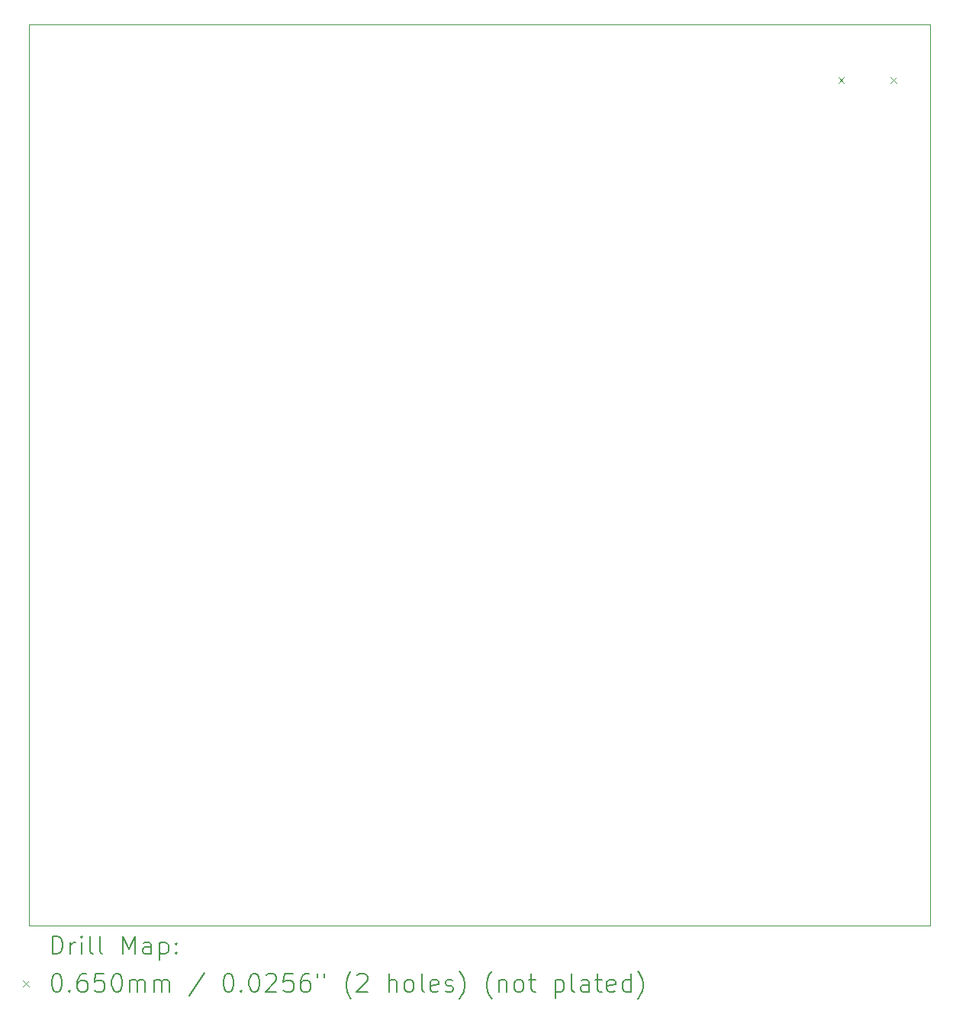
<source format=gbr>
%TF.GenerationSoftware,KiCad,Pcbnew,8.0.2*%
%TF.CreationDate,2024-10-06T17:23:39-06:00*%
%TF.ProjectId,kicad,6b696361-642e-46b6-9963-61645f706362,rev?*%
%TF.SameCoordinates,Original*%
%TF.FileFunction,Drillmap*%
%TF.FilePolarity,Positive*%
%FSLAX45Y45*%
G04 Gerber Fmt 4.5, Leading zero omitted, Abs format (unit mm)*
G04 Created by KiCad (PCBNEW 8.0.2) date 2024-10-06 17:23:39*
%MOMM*%
%LPD*%
G01*
G04 APERTURE LIST*
%ADD10C,0.050000*%
%ADD11C,0.200000*%
%ADD12C,0.100000*%
G04 APERTURE END LIST*
D10*
X9300000Y-4700000D02*
X19300000Y-4700000D01*
X19300000Y-14700000D01*
X9300000Y-14700000D01*
X9300000Y-4700000D01*
D11*
D12*
X18278500Y-5285500D02*
X18343500Y-5350500D01*
X18343500Y-5285500D02*
X18278500Y-5350500D01*
X18856500Y-5285500D02*
X18921500Y-5350500D01*
X18921500Y-5285500D02*
X18856500Y-5350500D01*
D11*
X9558277Y-15013984D02*
X9558277Y-14813984D01*
X9558277Y-14813984D02*
X9605896Y-14813984D01*
X9605896Y-14813984D02*
X9634467Y-14823508D01*
X9634467Y-14823508D02*
X9653515Y-14842555D01*
X9653515Y-14842555D02*
X9663039Y-14861603D01*
X9663039Y-14861603D02*
X9672563Y-14899698D01*
X9672563Y-14899698D02*
X9672563Y-14928269D01*
X9672563Y-14928269D02*
X9663039Y-14966365D01*
X9663039Y-14966365D02*
X9653515Y-14985412D01*
X9653515Y-14985412D02*
X9634467Y-15004460D01*
X9634467Y-15004460D02*
X9605896Y-15013984D01*
X9605896Y-15013984D02*
X9558277Y-15013984D01*
X9758277Y-15013984D02*
X9758277Y-14880650D01*
X9758277Y-14918746D02*
X9767801Y-14899698D01*
X9767801Y-14899698D02*
X9777324Y-14890174D01*
X9777324Y-14890174D02*
X9796372Y-14880650D01*
X9796372Y-14880650D02*
X9815420Y-14880650D01*
X9882086Y-15013984D02*
X9882086Y-14880650D01*
X9882086Y-14813984D02*
X9872563Y-14823508D01*
X9872563Y-14823508D02*
X9882086Y-14833031D01*
X9882086Y-14833031D02*
X9891610Y-14823508D01*
X9891610Y-14823508D02*
X9882086Y-14813984D01*
X9882086Y-14813984D02*
X9882086Y-14833031D01*
X10005896Y-15013984D02*
X9986848Y-15004460D01*
X9986848Y-15004460D02*
X9977324Y-14985412D01*
X9977324Y-14985412D02*
X9977324Y-14813984D01*
X10110658Y-15013984D02*
X10091610Y-15004460D01*
X10091610Y-15004460D02*
X10082086Y-14985412D01*
X10082086Y-14985412D02*
X10082086Y-14813984D01*
X10339229Y-15013984D02*
X10339229Y-14813984D01*
X10339229Y-14813984D02*
X10405896Y-14956841D01*
X10405896Y-14956841D02*
X10472563Y-14813984D01*
X10472563Y-14813984D02*
X10472563Y-15013984D01*
X10653515Y-15013984D02*
X10653515Y-14909222D01*
X10653515Y-14909222D02*
X10643991Y-14890174D01*
X10643991Y-14890174D02*
X10624944Y-14880650D01*
X10624944Y-14880650D02*
X10586848Y-14880650D01*
X10586848Y-14880650D02*
X10567801Y-14890174D01*
X10653515Y-15004460D02*
X10634467Y-15013984D01*
X10634467Y-15013984D02*
X10586848Y-15013984D01*
X10586848Y-15013984D02*
X10567801Y-15004460D01*
X10567801Y-15004460D02*
X10558277Y-14985412D01*
X10558277Y-14985412D02*
X10558277Y-14966365D01*
X10558277Y-14966365D02*
X10567801Y-14947317D01*
X10567801Y-14947317D02*
X10586848Y-14937793D01*
X10586848Y-14937793D02*
X10634467Y-14937793D01*
X10634467Y-14937793D02*
X10653515Y-14928269D01*
X10748753Y-14880650D02*
X10748753Y-15080650D01*
X10748753Y-14890174D02*
X10767801Y-14880650D01*
X10767801Y-14880650D02*
X10805896Y-14880650D01*
X10805896Y-14880650D02*
X10824944Y-14890174D01*
X10824944Y-14890174D02*
X10834467Y-14899698D01*
X10834467Y-14899698D02*
X10843991Y-14918746D01*
X10843991Y-14918746D02*
X10843991Y-14975888D01*
X10843991Y-14975888D02*
X10834467Y-14994936D01*
X10834467Y-14994936D02*
X10824944Y-15004460D01*
X10824944Y-15004460D02*
X10805896Y-15013984D01*
X10805896Y-15013984D02*
X10767801Y-15013984D01*
X10767801Y-15013984D02*
X10748753Y-15004460D01*
X10929705Y-14994936D02*
X10939229Y-15004460D01*
X10939229Y-15004460D02*
X10929705Y-15013984D01*
X10929705Y-15013984D02*
X10920182Y-15004460D01*
X10920182Y-15004460D02*
X10929705Y-14994936D01*
X10929705Y-14994936D02*
X10929705Y-15013984D01*
X10929705Y-14890174D02*
X10939229Y-14899698D01*
X10939229Y-14899698D02*
X10929705Y-14909222D01*
X10929705Y-14909222D02*
X10920182Y-14899698D01*
X10920182Y-14899698D02*
X10929705Y-14890174D01*
X10929705Y-14890174D02*
X10929705Y-14909222D01*
D12*
X9232500Y-15310000D02*
X9297500Y-15375000D01*
X9297500Y-15310000D02*
X9232500Y-15375000D01*
D11*
X9596372Y-15233984D02*
X9615420Y-15233984D01*
X9615420Y-15233984D02*
X9634467Y-15243508D01*
X9634467Y-15243508D02*
X9643991Y-15253031D01*
X9643991Y-15253031D02*
X9653515Y-15272079D01*
X9653515Y-15272079D02*
X9663039Y-15310174D01*
X9663039Y-15310174D02*
X9663039Y-15357793D01*
X9663039Y-15357793D02*
X9653515Y-15395888D01*
X9653515Y-15395888D02*
X9643991Y-15414936D01*
X9643991Y-15414936D02*
X9634467Y-15424460D01*
X9634467Y-15424460D02*
X9615420Y-15433984D01*
X9615420Y-15433984D02*
X9596372Y-15433984D01*
X9596372Y-15433984D02*
X9577324Y-15424460D01*
X9577324Y-15424460D02*
X9567801Y-15414936D01*
X9567801Y-15414936D02*
X9558277Y-15395888D01*
X9558277Y-15395888D02*
X9548753Y-15357793D01*
X9548753Y-15357793D02*
X9548753Y-15310174D01*
X9548753Y-15310174D02*
X9558277Y-15272079D01*
X9558277Y-15272079D02*
X9567801Y-15253031D01*
X9567801Y-15253031D02*
X9577324Y-15243508D01*
X9577324Y-15243508D02*
X9596372Y-15233984D01*
X9748753Y-15414936D02*
X9758277Y-15424460D01*
X9758277Y-15424460D02*
X9748753Y-15433984D01*
X9748753Y-15433984D02*
X9739229Y-15424460D01*
X9739229Y-15424460D02*
X9748753Y-15414936D01*
X9748753Y-15414936D02*
X9748753Y-15433984D01*
X9929705Y-15233984D02*
X9891610Y-15233984D01*
X9891610Y-15233984D02*
X9872563Y-15243508D01*
X9872563Y-15243508D02*
X9863039Y-15253031D01*
X9863039Y-15253031D02*
X9843991Y-15281603D01*
X9843991Y-15281603D02*
X9834467Y-15319698D01*
X9834467Y-15319698D02*
X9834467Y-15395888D01*
X9834467Y-15395888D02*
X9843991Y-15414936D01*
X9843991Y-15414936D02*
X9853515Y-15424460D01*
X9853515Y-15424460D02*
X9872563Y-15433984D01*
X9872563Y-15433984D02*
X9910658Y-15433984D01*
X9910658Y-15433984D02*
X9929705Y-15424460D01*
X9929705Y-15424460D02*
X9939229Y-15414936D01*
X9939229Y-15414936D02*
X9948753Y-15395888D01*
X9948753Y-15395888D02*
X9948753Y-15348269D01*
X9948753Y-15348269D02*
X9939229Y-15329222D01*
X9939229Y-15329222D02*
X9929705Y-15319698D01*
X9929705Y-15319698D02*
X9910658Y-15310174D01*
X9910658Y-15310174D02*
X9872563Y-15310174D01*
X9872563Y-15310174D02*
X9853515Y-15319698D01*
X9853515Y-15319698D02*
X9843991Y-15329222D01*
X9843991Y-15329222D02*
X9834467Y-15348269D01*
X10129705Y-15233984D02*
X10034467Y-15233984D01*
X10034467Y-15233984D02*
X10024944Y-15329222D01*
X10024944Y-15329222D02*
X10034467Y-15319698D01*
X10034467Y-15319698D02*
X10053515Y-15310174D01*
X10053515Y-15310174D02*
X10101134Y-15310174D01*
X10101134Y-15310174D02*
X10120182Y-15319698D01*
X10120182Y-15319698D02*
X10129705Y-15329222D01*
X10129705Y-15329222D02*
X10139229Y-15348269D01*
X10139229Y-15348269D02*
X10139229Y-15395888D01*
X10139229Y-15395888D02*
X10129705Y-15414936D01*
X10129705Y-15414936D02*
X10120182Y-15424460D01*
X10120182Y-15424460D02*
X10101134Y-15433984D01*
X10101134Y-15433984D02*
X10053515Y-15433984D01*
X10053515Y-15433984D02*
X10034467Y-15424460D01*
X10034467Y-15424460D02*
X10024944Y-15414936D01*
X10263039Y-15233984D02*
X10282086Y-15233984D01*
X10282086Y-15233984D02*
X10301134Y-15243508D01*
X10301134Y-15243508D02*
X10310658Y-15253031D01*
X10310658Y-15253031D02*
X10320182Y-15272079D01*
X10320182Y-15272079D02*
X10329705Y-15310174D01*
X10329705Y-15310174D02*
X10329705Y-15357793D01*
X10329705Y-15357793D02*
X10320182Y-15395888D01*
X10320182Y-15395888D02*
X10310658Y-15414936D01*
X10310658Y-15414936D02*
X10301134Y-15424460D01*
X10301134Y-15424460D02*
X10282086Y-15433984D01*
X10282086Y-15433984D02*
X10263039Y-15433984D01*
X10263039Y-15433984D02*
X10243991Y-15424460D01*
X10243991Y-15424460D02*
X10234467Y-15414936D01*
X10234467Y-15414936D02*
X10224944Y-15395888D01*
X10224944Y-15395888D02*
X10215420Y-15357793D01*
X10215420Y-15357793D02*
X10215420Y-15310174D01*
X10215420Y-15310174D02*
X10224944Y-15272079D01*
X10224944Y-15272079D02*
X10234467Y-15253031D01*
X10234467Y-15253031D02*
X10243991Y-15243508D01*
X10243991Y-15243508D02*
X10263039Y-15233984D01*
X10415420Y-15433984D02*
X10415420Y-15300650D01*
X10415420Y-15319698D02*
X10424944Y-15310174D01*
X10424944Y-15310174D02*
X10443991Y-15300650D01*
X10443991Y-15300650D02*
X10472563Y-15300650D01*
X10472563Y-15300650D02*
X10491610Y-15310174D01*
X10491610Y-15310174D02*
X10501134Y-15329222D01*
X10501134Y-15329222D02*
X10501134Y-15433984D01*
X10501134Y-15329222D02*
X10510658Y-15310174D01*
X10510658Y-15310174D02*
X10529705Y-15300650D01*
X10529705Y-15300650D02*
X10558277Y-15300650D01*
X10558277Y-15300650D02*
X10577325Y-15310174D01*
X10577325Y-15310174D02*
X10586848Y-15329222D01*
X10586848Y-15329222D02*
X10586848Y-15433984D01*
X10682086Y-15433984D02*
X10682086Y-15300650D01*
X10682086Y-15319698D02*
X10691610Y-15310174D01*
X10691610Y-15310174D02*
X10710658Y-15300650D01*
X10710658Y-15300650D02*
X10739229Y-15300650D01*
X10739229Y-15300650D02*
X10758277Y-15310174D01*
X10758277Y-15310174D02*
X10767801Y-15329222D01*
X10767801Y-15329222D02*
X10767801Y-15433984D01*
X10767801Y-15329222D02*
X10777325Y-15310174D01*
X10777325Y-15310174D02*
X10796372Y-15300650D01*
X10796372Y-15300650D02*
X10824944Y-15300650D01*
X10824944Y-15300650D02*
X10843991Y-15310174D01*
X10843991Y-15310174D02*
X10853515Y-15329222D01*
X10853515Y-15329222D02*
X10853515Y-15433984D01*
X11243991Y-15224460D02*
X11072563Y-15481603D01*
X11501134Y-15233984D02*
X11520182Y-15233984D01*
X11520182Y-15233984D02*
X11539229Y-15243508D01*
X11539229Y-15243508D02*
X11548753Y-15253031D01*
X11548753Y-15253031D02*
X11558277Y-15272079D01*
X11558277Y-15272079D02*
X11567801Y-15310174D01*
X11567801Y-15310174D02*
X11567801Y-15357793D01*
X11567801Y-15357793D02*
X11558277Y-15395888D01*
X11558277Y-15395888D02*
X11548753Y-15414936D01*
X11548753Y-15414936D02*
X11539229Y-15424460D01*
X11539229Y-15424460D02*
X11520182Y-15433984D01*
X11520182Y-15433984D02*
X11501134Y-15433984D01*
X11501134Y-15433984D02*
X11482086Y-15424460D01*
X11482086Y-15424460D02*
X11472563Y-15414936D01*
X11472563Y-15414936D02*
X11463039Y-15395888D01*
X11463039Y-15395888D02*
X11453515Y-15357793D01*
X11453515Y-15357793D02*
X11453515Y-15310174D01*
X11453515Y-15310174D02*
X11463039Y-15272079D01*
X11463039Y-15272079D02*
X11472563Y-15253031D01*
X11472563Y-15253031D02*
X11482086Y-15243508D01*
X11482086Y-15243508D02*
X11501134Y-15233984D01*
X11653515Y-15414936D02*
X11663039Y-15424460D01*
X11663039Y-15424460D02*
X11653515Y-15433984D01*
X11653515Y-15433984D02*
X11643991Y-15424460D01*
X11643991Y-15424460D02*
X11653515Y-15414936D01*
X11653515Y-15414936D02*
X11653515Y-15433984D01*
X11786848Y-15233984D02*
X11805896Y-15233984D01*
X11805896Y-15233984D02*
X11824944Y-15243508D01*
X11824944Y-15243508D02*
X11834467Y-15253031D01*
X11834467Y-15253031D02*
X11843991Y-15272079D01*
X11843991Y-15272079D02*
X11853515Y-15310174D01*
X11853515Y-15310174D02*
X11853515Y-15357793D01*
X11853515Y-15357793D02*
X11843991Y-15395888D01*
X11843991Y-15395888D02*
X11834467Y-15414936D01*
X11834467Y-15414936D02*
X11824944Y-15424460D01*
X11824944Y-15424460D02*
X11805896Y-15433984D01*
X11805896Y-15433984D02*
X11786848Y-15433984D01*
X11786848Y-15433984D02*
X11767801Y-15424460D01*
X11767801Y-15424460D02*
X11758277Y-15414936D01*
X11758277Y-15414936D02*
X11748753Y-15395888D01*
X11748753Y-15395888D02*
X11739229Y-15357793D01*
X11739229Y-15357793D02*
X11739229Y-15310174D01*
X11739229Y-15310174D02*
X11748753Y-15272079D01*
X11748753Y-15272079D02*
X11758277Y-15253031D01*
X11758277Y-15253031D02*
X11767801Y-15243508D01*
X11767801Y-15243508D02*
X11786848Y-15233984D01*
X11929706Y-15253031D02*
X11939229Y-15243508D01*
X11939229Y-15243508D02*
X11958277Y-15233984D01*
X11958277Y-15233984D02*
X12005896Y-15233984D01*
X12005896Y-15233984D02*
X12024944Y-15243508D01*
X12024944Y-15243508D02*
X12034467Y-15253031D01*
X12034467Y-15253031D02*
X12043991Y-15272079D01*
X12043991Y-15272079D02*
X12043991Y-15291127D01*
X12043991Y-15291127D02*
X12034467Y-15319698D01*
X12034467Y-15319698D02*
X11920182Y-15433984D01*
X11920182Y-15433984D02*
X12043991Y-15433984D01*
X12224944Y-15233984D02*
X12129706Y-15233984D01*
X12129706Y-15233984D02*
X12120182Y-15329222D01*
X12120182Y-15329222D02*
X12129706Y-15319698D01*
X12129706Y-15319698D02*
X12148753Y-15310174D01*
X12148753Y-15310174D02*
X12196372Y-15310174D01*
X12196372Y-15310174D02*
X12215420Y-15319698D01*
X12215420Y-15319698D02*
X12224944Y-15329222D01*
X12224944Y-15329222D02*
X12234467Y-15348269D01*
X12234467Y-15348269D02*
X12234467Y-15395888D01*
X12234467Y-15395888D02*
X12224944Y-15414936D01*
X12224944Y-15414936D02*
X12215420Y-15424460D01*
X12215420Y-15424460D02*
X12196372Y-15433984D01*
X12196372Y-15433984D02*
X12148753Y-15433984D01*
X12148753Y-15433984D02*
X12129706Y-15424460D01*
X12129706Y-15424460D02*
X12120182Y-15414936D01*
X12405896Y-15233984D02*
X12367801Y-15233984D01*
X12367801Y-15233984D02*
X12348753Y-15243508D01*
X12348753Y-15243508D02*
X12339229Y-15253031D01*
X12339229Y-15253031D02*
X12320182Y-15281603D01*
X12320182Y-15281603D02*
X12310658Y-15319698D01*
X12310658Y-15319698D02*
X12310658Y-15395888D01*
X12310658Y-15395888D02*
X12320182Y-15414936D01*
X12320182Y-15414936D02*
X12329706Y-15424460D01*
X12329706Y-15424460D02*
X12348753Y-15433984D01*
X12348753Y-15433984D02*
X12386848Y-15433984D01*
X12386848Y-15433984D02*
X12405896Y-15424460D01*
X12405896Y-15424460D02*
X12415420Y-15414936D01*
X12415420Y-15414936D02*
X12424944Y-15395888D01*
X12424944Y-15395888D02*
X12424944Y-15348269D01*
X12424944Y-15348269D02*
X12415420Y-15329222D01*
X12415420Y-15329222D02*
X12405896Y-15319698D01*
X12405896Y-15319698D02*
X12386848Y-15310174D01*
X12386848Y-15310174D02*
X12348753Y-15310174D01*
X12348753Y-15310174D02*
X12329706Y-15319698D01*
X12329706Y-15319698D02*
X12320182Y-15329222D01*
X12320182Y-15329222D02*
X12310658Y-15348269D01*
X12501134Y-15233984D02*
X12501134Y-15272079D01*
X12577325Y-15233984D02*
X12577325Y-15272079D01*
X12872563Y-15510174D02*
X12863039Y-15500650D01*
X12863039Y-15500650D02*
X12843991Y-15472079D01*
X12843991Y-15472079D02*
X12834468Y-15453031D01*
X12834468Y-15453031D02*
X12824944Y-15424460D01*
X12824944Y-15424460D02*
X12815420Y-15376841D01*
X12815420Y-15376841D02*
X12815420Y-15338746D01*
X12815420Y-15338746D02*
X12824944Y-15291127D01*
X12824944Y-15291127D02*
X12834468Y-15262555D01*
X12834468Y-15262555D02*
X12843991Y-15243508D01*
X12843991Y-15243508D02*
X12863039Y-15214936D01*
X12863039Y-15214936D02*
X12872563Y-15205412D01*
X12939229Y-15253031D02*
X12948753Y-15243508D01*
X12948753Y-15243508D02*
X12967801Y-15233984D01*
X12967801Y-15233984D02*
X13015420Y-15233984D01*
X13015420Y-15233984D02*
X13034468Y-15243508D01*
X13034468Y-15243508D02*
X13043991Y-15253031D01*
X13043991Y-15253031D02*
X13053515Y-15272079D01*
X13053515Y-15272079D02*
X13053515Y-15291127D01*
X13053515Y-15291127D02*
X13043991Y-15319698D01*
X13043991Y-15319698D02*
X12929706Y-15433984D01*
X12929706Y-15433984D02*
X13053515Y-15433984D01*
X13291610Y-15433984D02*
X13291610Y-15233984D01*
X13377325Y-15433984D02*
X13377325Y-15329222D01*
X13377325Y-15329222D02*
X13367801Y-15310174D01*
X13367801Y-15310174D02*
X13348753Y-15300650D01*
X13348753Y-15300650D02*
X13320182Y-15300650D01*
X13320182Y-15300650D02*
X13301134Y-15310174D01*
X13301134Y-15310174D02*
X13291610Y-15319698D01*
X13501134Y-15433984D02*
X13482087Y-15424460D01*
X13482087Y-15424460D02*
X13472563Y-15414936D01*
X13472563Y-15414936D02*
X13463039Y-15395888D01*
X13463039Y-15395888D02*
X13463039Y-15338746D01*
X13463039Y-15338746D02*
X13472563Y-15319698D01*
X13472563Y-15319698D02*
X13482087Y-15310174D01*
X13482087Y-15310174D02*
X13501134Y-15300650D01*
X13501134Y-15300650D02*
X13529706Y-15300650D01*
X13529706Y-15300650D02*
X13548753Y-15310174D01*
X13548753Y-15310174D02*
X13558277Y-15319698D01*
X13558277Y-15319698D02*
X13567801Y-15338746D01*
X13567801Y-15338746D02*
X13567801Y-15395888D01*
X13567801Y-15395888D02*
X13558277Y-15414936D01*
X13558277Y-15414936D02*
X13548753Y-15424460D01*
X13548753Y-15424460D02*
X13529706Y-15433984D01*
X13529706Y-15433984D02*
X13501134Y-15433984D01*
X13682087Y-15433984D02*
X13663039Y-15424460D01*
X13663039Y-15424460D02*
X13653515Y-15405412D01*
X13653515Y-15405412D02*
X13653515Y-15233984D01*
X13834468Y-15424460D02*
X13815420Y-15433984D01*
X13815420Y-15433984D02*
X13777325Y-15433984D01*
X13777325Y-15433984D02*
X13758277Y-15424460D01*
X13758277Y-15424460D02*
X13748753Y-15405412D01*
X13748753Y-15405412D02*
X13748753Y-15329222D01*
X13748753Y-15329222D02*
X13758277Y-15310174D01*
X13758277Y-15310174D02*
X13777325Y-15300650D01*
X13777325Y-15300650D02*
X13815420Y-15300650D01*
X13815420Y-15300650D02*
X13834468Y-15310174D01*
X13834468Y-15310174D02*
X13843991Y-15329222D01*
X13843991Y-15329222D02*
X13843991Y-15348269D01*
X13843991Y-15348269D02*
X13748753Y-15367317D01*
X13920182Y-15424460D02*
X13939230Y-15433984D01*
X13939230Y-15433984D02*
X13977325Y-15433984D01*
X13977325Y-15433984D02*
X13996372Y-15424460D01*
X13996372Y-15424460D02*
X14005896Y-15405412D01*
X14005896Y-15405412D02*
X14005896Y-15395888D01*
X14005896Y-15395888D02*
X13996372Y-15376841D01*
X13996372Y-15376841D02*
X13977325Y-15367317D01*
X13977325Y-15367317D02*
X13948753Y-15367317D01*
X13948753Y-15367317D02*
X13929706Y-15357793D01*
X13929706Y-15357793D02*
X13920182Y-15338746D01*
X13920182Y-15338746D02*
X13920182Y-15329222D01*
X13920182Y-15329222D02*
X13929706Y-15310174D01*
X13929706Y-15310174D02*
X13948753Y-15300650D01*
X13948753Y-15300650D02*
X13977325Y-15300650D01*
X13977325Y-15300650D02*
X13996372Y-15310174D01*
X14072563Y-15510174D02*
X14082087Y-15500650D01*
X14082087Y-15500650D02*
X14101134Y-15472079D01*
X14101134Y-15472079D02*
X14110658Y-15453031D01*
X14110658Y-15453031D02*
X14120182Y-15424460D01*
X14120182Y-15424460D02*
X14129706Y-15376841D01*
X14129706Y-15376841D02*
X14129706Y-15338746D01*
X14129706Y-15338746D02*
X14120182Y-15291127D01*
X14120182Y-15291127D02*
X14110658Y-15262555D01*
X14110658Y-15262555D02*
X14101134Y-15243508D01*
X14101134Y-15243508D02*
X14082087Y-15214936D01*
X14082087Y-15214936D02*
X14072563Y-15205412D01*
X14434468Y-15510174D02*
X14424944Y-15500650D01*
X14424944Y-15500650D02*
X14405896Y-15472079D01*
X14405896Y-15472079D02*
X14396372Y-15453031D01*
X14396372Y-15453031D02*
X14386849Y-15424460D01*
X14386849Y-15424460D02*
X14377325Y-15376841D01*
X14377325Y-15376841D02*
X14377325Y-15338746D01*
X14377325Y-15338746D02*
X14386849Y-15291127D01*
X14386849Y-15291127D02*
X14396372Y-15262555D01*
X14396372Y-15262555D02*
X14405896Y-15243508D01*
X14405896Y-15243508D02*
X14424944Y-15214936D01*
X14424944Y-15214936D02*
X14434468Y-15205412D01*
X14510658Y-15300650D02*
X14510658Y-15433984D01*
X14510658Y-15319698D02*
X14520182Y-15310174D01*
X14520182Y-15310174D02*
X14539230Y-15300650D01*
X14539230Y-15300650D02*
X14567801Y-15300650D01*
X14567801Y-15300650D02*
X14586849Y-15310174D01*
X14586849Y-15310174D02*
X14596372Y-15329222D01*
X14596372Y-15329222D02*
X14596372Y-15433984D01*
X14720182Y-15433984D02*
X14701134Y-15424460D01*
X14701134Y-15424460D02*
X14691611Y-15414936D01*
X14691611Y-15414936D02*
X14682087Y-15395888D01*
X14682087Y-15395888D02*
X14682087Y-15338746D01*
X14682087Y-15338746D02*
X14691611Y-15319698D01*
X14691611Y-15319698D02*
X14701134Y-15310174D01*
X14701134Y-15310174D02*
X14720182Y-15300650D01*
X14720182Y-15300650D02*
X14748753Y-15300650D01*
X14748753Y-15300650D02*
X14767801Y-15310174D01*
X14767801Y-15310174D02*
X14777325Y-15319698D01*
X14777325Y-15319698D02*
X14786849Y-15338746D01*
X14786849Y-15338746D02*
X14786849Y-15395888D01*
X14786849Y-15395888D02*
X14777325Y-15414936D01*
X14777325Y-15414936D02*
X14767801Y-15424460D01*
X14767801Y-15424460D02*
X14748753Y-15433984D01*
X14748753Y-15433984D02*
X14720182Y-15433984D01*
X14843992Y-15300650D02*
X14920182Y-15300650D01*
X14872563Y-15233984D02*
X14872563Y-15405412D01*
X14872563Y-15405412D02*
X14882087Y-15424460D01*
X14882087Y-15424460D02*
X14901134Y-15433984D01*
X14901134Y-15433984D02*
X14920182Y-15433984D01*
X15139230Y-15300650D02*
X15139230Y-15500650D01*
X15139230Y-15310174D02*
X15158277Y-15300650D01*
X15158277Y-15300650D02*
X15196373Y-15300650D01*
X15196373Y-15300650D02*
X15215420Y-15310174D01*
X15215420Y-15310174D02*
X15224944Y-15319698D01*
X15224944Y-15319698D02*
X15234468Y-15338746D01*
X15234468Y-15338746D02*
X15234468Y-15395888D01*
X15234468Y-15395888D02*
X15224944Y-15414936D01*
X15224944Y-15414936D02*
X15215420Y-15424460D01*
X15215420Y-15424460D02*
X15196373Y-15433984D01*
X15196373Y-15433984D02*
X15158277Y-15433984D01*
X15158277Y-15433984D02*
X15139230Y-15424460D01*
X15348753Y-15433984D02*
X15329706Y-15424460D01*
X15329706Y-15424460D02*
X15320182Y-15405412D01*
X15320182Y-15405412D02*
X15320182Y-15233984D01*
X15510658Y-15433984D02*
X15510658Y-15329222D01*
X15510658Y-15329222D02*
X15501134Y-15310174D01*
X15501134Y-15310174D02*
X15482087Y-15300650D01*
X15482087Y-15300650D02*
X15443992Y-15300650D01*
X15443992Y-15300650D02*
X15424944Y-15310174D01*
X15510658Y-15424460D02*
X15491611Y-15433984D01*
X15491611Y-15433984D02*
X15443992Y-15433984D01*
X15443992Y-15433984D02*
X15424944Y-15424460D01*
X15424944Y-15424460D02*
X15415420Y-15405412D01*
X15415420Y-15405412D02*
X15415420Y-15386365D01*
X15415420Y-15386365D02*
X15424944Y-15367317D01*
X15424944Y-15367317D02*
X15443992Y-15357793D01*
X15443992Y-15357793D02*
X15491611Y-15357793D01*
X15491611Y-15357793D02*
X15510658Y-15348269D01*
X15577325Y-15300650D02*
X15653515Y-15300650D01*
X15605896Y-15233984D02*
X15605896Y-15405412D01*
X15605896Y-15405412D02*
X15615420Y-15424460D01*
X15615420Y-15424460D02*
X15634468Y-15433984D01*
X15634468Y-15433984D02*
X15653515Y-15433984D01*
X15796373Y-15424460D02*
X15777325Y-15433984D01*
X15777325Y-15433984D02*
X15739230Y-15433984D01*
X15739230Y-15433984D02*
X15720182Y-15424460D01*
X15720182Y-15424460D02*
X15710658Y-15405412D01*
X15710658Y-15405412D02*
X15710658Y-15329222D01*
X15710658Y-15329222D02*
X15720182Y-15310174D01*
X15720182Y-15310174D02*
X15739230Y-15300650D01*
X15739230Y-15300650D02*
X15777325Y-15300650D01*
X15777325Y-15300650D02*
X15796373Y-15310174D01*
X15796373Y-15310174D02*
X15805896Y-15329222D01*
X15805896Y-15329222D02*
X15805896Y-15348269D01*
X15805896Y-15348269D02*
X15710658Y-15367317D01*
X15977325Y-15433984D02*
X15977325Y-15233984D01*
X15977325Y-15424460D02*
X15958277Y-15433984D01*
X15958277Y-15433984D02*
X15920182Y-15433984D01*
X15920182Y-15433984D02*
X15901134Y-15424460D01*
X15901134Y-15424460D02*
X15891611Y-15414936D01*
X15891611Y-15414936D02*
X15882087Y-15395888D01*
X15882087Y-15395888D02*
X15882087Y-15338746D01*
X15882087Y-15338746D02*
X15891611Y-15319698D01*
X15891611Y-15319698D02*
X15901134Y-15310174D01*
X15901134Y-15310174D02*
X15920182Y-15300650D01*
X15920182Y-15300650D02*
X15958277Y-15300650D01*
X15958277Y-15300650D02*
X15977325Y-15310174D01*
X16053515Y-15510174D02*
X16063039Y-15500650D01*
X16063039Y-15500650D02*
X16082087Y-15472079D01*
X16082087Y-15472079D02*
X16091611Y-15453031D01*
X16091611Y-15453031D02*
X16101134Y-15424460D01*
X16101134Y-15424460D02*
X16110658Y-15376841D01*
X16110658Y-15376841D02*
X16110658Y-15338746D01*
X16110658Y-15338746D02*
X16101134Y-15291127D01*
X16101134Y-15291127D02*
X16091611Y-15262555D01*
X16091611Y-15262555D02*
X16082087Y-15243508D01*
X16082087Y-15243508D02*
X16063039Y-15214936D01*
X16063039Y-15214936D02*
X16053515Y-15205412D01*
M02*

</source>
